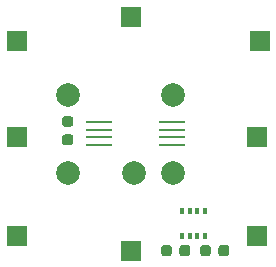
<source format=gbr>
%TF.GenerationSoftware,KiCad,Pcbnew,(5.1.10)-1*%
%TF.CreationDate,2023-09-10T10:41:42-05:00*%
%TF.ProjectId,perovskite_contact_board,7065726f-7673-46b6-9974-655f636f6e74,V3*%
%TF.SameCoordinates,Original*%
%TF.FileFunction,Soldermask,Bot*%
%TF.FilePolarity,Negative*%
%FSLAX46Y46*%
G04 Gerber Fmt 4.6, Leading zero omitted, Abs format (unit mm)*
G04 Created by KiCad (PCBNEW (5.1.10)-1) date 2023-09-10 10:41:42*
%MOMM*%
%LPD*%
G01*
G04 APERTURE LIST*
%ADD10C,2.000000*%
%ADD11R,1.700000X1.700000*%
%ADD12R,0.350000X0.500000*%
%ADD13R,2.200000X0.220000*%
G04 APERTURE END LIST*
D10*
%TO.C,JP103.2*%
X162814000Y-113792000D03*
%TD*%
D11*
%TO.C,JP102.7*%
X162560000Y-100584000D03*
%TD*%
%TO.C,JP102.6*%
X173228000Y-119126000D03*
%TD*%
%TO.C,JP102.5*%
X173228000Y-110744000D03*
%TD*%
%TO.C,JP102.4*%
X173482000Y-102616000D03*
%TD*%
%TO.C,JP102.3*%
X152908000Y-102616000D03*
%TD*%
%TO.C,JP102.2*%
X152908000Y-110744000D03*
%TD*%
%TO.C,JP102.1*%
X152908000Y-119126000D03*
%TD*%
%TO.C,JP102.8*%
X162560000Y-120396000D03*
%TD*%
D12*
%TO.C,U7*%
X166919000Y-119135000D03*
X167569000Y-119135000D03*
X168219000Y-119135000D03*
X168869000Y-119135000D03*
X168869000Y-117085000D03*
X168219000Y-117085000D03*
X167569000Y-117085000D03*
X166919000Y-117085000D03*
%TD*%
%TO.C,C5*%
G36*
G01*
X156976000Y-110561000D02*
X157476000Y-110561000D01*
G75*
G02*
X157701000Y-110786000I0J-225000D01*
G01*
X157701000Y-111236000D01*
G75*
G02*
X157476000Y-111461000I-225000J0D01*
G01*
X156976000Y-111461000D01*
G75*
G02*
X156751000Y-111236000I0J225000D01*
G01*
X156751000Y-110786000D01*
G75*
G02*
X156976000Y-110561000I225000J0D01*
G01*
G37*
G36*
G01*
X156976000Y-109011000D02*
X157476000Y-109011000D01*
G75*
G02*
X157701000Y-109236000I0J-225000D01*
G01*
X157701000Y-109686000D01*
G75*
G02*
X157476000Y-109911000I-225000J0D01*
G01*
X156976000Y-109911000D01*
G75*
G02*
X156751000Y-109686000I0J225000D01*
G01*
X156751000Y-109236000D01*
G75*
G02*
X156976000Y-109011000I225000J0D01*
G01*
G37*
%TD*%
%TO.C,C2*%
G36*
G01*
X169997000Y-120646000D02*
X169997000Y-120146000D01*
G75*
G02*
X170222000Y-119921000I225000J0D01*
G01*
X170672000Y-119921000D01*
G75*
G02*
X170897000Y-120146000I0J-225000D01*
G01*
X170897000Y-120646000D01*
G75*
G02*
X170672000Y-120871000I-225000J0D01*
G01*
X170222000Y-120871000D01*
G75*
G02*
X169997000Y-120646000I0J225000D01*
G01*
G37*
G36*
G01*
X168447000Y-120646000D02*
X168447000Y-120146000D01*
G75*
G02*
X168672000Y-119921000I225000J0D01*
G01*
X169122000Y-119921000D01*
G75*
G02*
X169347000Y-120146000I0J-225000D01*
G01*
X169347000Y-120646000D01*
G75*
G02*
X169122000Y-120871000I-225000J0D01*
G01*
X168672000Y-120871000D01*
G75*
G02*
X168447000Y-120646000I0J225000D01*
G01*
G37*
%TD*%
%TO.C,C1*%
G36*
G01*
X166045000Y-120146000D02*
X166045000Y-120646000D01*
G75*
G02*
X165820000Y-120871000I-225000J0D01*
G01*
X165370000Y-120871000D01*
G75*
G02*
X165145000Y-120646000I0J225000D01*
G01*
X165145000Y-120146000D01*
G75*
G02*
X165370000Y-119921000I225000J0D01*
G01*
X165820000Y-119921000D01*
G75*
G02*
X166045000Y-120146000I0J-225000D01*
G01*
G37*
G36*
G01*
X167595000Y-120146000D02*
X167595000Y-120646000D01*
G75*
G02*
X167370000Y-120871000I-225000J0D01*
G01*
X166920000Y-120871000D01*
G75*
G02*
X166695000Y-120646000I0J225000D01*
G01*
X166695000Y-120146000D01*
G75*
G02*
X166920000Y-119921000I225000J0D01*
G01*
X167370000Y-119921000D01*
G75*
G02*
X167595000Y-120146000I0J-225000D01*
G01*
G37*
%TD*%
D10*
%TO.C,JP103.11*%
X166116000Y-107188000D03*
%TD*%
%TO.C,JP103.10*%
X157226000Y-107188000D03*
%TD*%
%TO.C,JP103.12*%
X166116000Y-113792000D03*
%TD*%
%TO.C,JP103.1*%
X157226000Y-113792000D03*
%TD*%
D13*
%TO.C,U6*%
X159841000Y-109515000D03*
X166041000Y-109515000D03*
X159841000Y-110165000D03*
X166041000Y-110165000D03*
X159841000Y-110815000D03*
X166041000Y-110815000D03*
X159841000Y-111465000D03*
X166041000Y-111465000D03*
%TD*%
M02*

</source>
